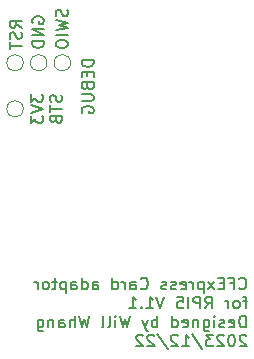
<source format=gbr>
G04 #@! TF.GenerationSoftware,KiCad,Pcbnew,(6.0.9)*
G04 #@! TF.CreationDate,2024-03-03T17:49:26-08:00*
G04 #@! TF.ProjectId,RPI5_CFE,52504935-5f43-4464-952e-6b696361645f,rev?*
G04 #@! TF.SameCoordinates,Original*
G04 #@! TF.FileFunction,Legend,Bot*
G04 #@! TF.FilePolarity,Positive*
%FSLAX46Y46*%
G04 Gerber Fmt 4.6, Leading zero omitted, Abs format (unit mm)*
G04 Created by KiCad (PCBNEW (6.0.9)) date 2024-03-03 17:49:26*
%MOMM*%
%LPD*%
G01*
G04 APERTURE LIST*
%ADD10C,0.200000*%
%ADD11C,0.120000*%
G04 APERTURE END LIST*
D10*
X45300000Y-8738095D02*
X45252380Y-8642857D01*
X45252380Y-8500000D01*
X45300000Y-8357142D01*
X45395238Y-8261904D01*
X45490476Y-8214285D01*
X45680952Y-8166666D01*
X45823809Y-8166666D01*
X46014285Y-8214285D01*
X46109523Y-8261904D01*
X46204761Y-8357142D01*
X46252380Y-8500000D01*
X46252380Y-8595238D01*
X46204761Y-8738095D01*
X46157142Y-8785714D01*
X45823809Y-8785714D01*
X45823809Y-8595238D01*
X46252380Y-9214285D02*
X45252380Y-9214285D01*
X46252380Y-9785714D01*
X45252380Y-9785714D01*
X46252380Y-10261904D02*
X45252380Y-10261904D01*
X45252380Y-10500000D01*
X45300000Y-10642857D01*
X45395238Y-10738095D01*
X45490476Y-10785714D01*
X45680952Y-10833333D01*
X45823809Y-10833333D01*
X46014285Y-10785714D01*
X46109523Y-10738095D01*
X46204761Y-10642857D01*
X46252380Y-10500000D01*
X46252380Y-10261904D01*
X62760476Y-31192142D02*
X62808095Y-31239761D01*
X62950952Y-31287380D01*
X63046190Y-31287380D01*
X63189047Y-31239761D01*
X63284285Y-31144523D01*
X63331904Y-31049285D01*
X63379523Y-30858809D01*
X63379523Y-30715952D01*
X63331904Y-30525476D01*
X63284285Y-30430238D01*
X63189047Y-30335000D01*
X63046190Y-30287380D01*
X62950952Y-30287380D01*
X62808095Y-30335000D01*
X62760476Y-30382619D01*
X61998571Y-30763571D02*
X62331904Y-30763571D01*
X62331904Y-31287380D02*
X62331904Y-30287380D01*
X61855714Y-30287380D01*
X61474761Y-30763571D02*
X61141428Y-30763571D01*
X60998571Y-31287380D02*
X61474761Y-31287380D01*
X61474761Y-30287380D01*
X60998571Y-30287380D01*
X60665238Y-31287380D02*
X60141428Y-30620714D01*
X60665238Y-30620714D02*
X60141428Y-31287380D01*
X59760476Y-30620714D02*
X59760476Y-31620714D01*
X59760476Y-30668333D02*
X59665238Y-30620714D01*
X59474761Y-30620714D01*
X59379523Y-30668333D01*
X59331904Y-30715952D01*
X59284285Y-30811190D01*
X59284285Y-31096904D01*
X59331904Y-31192142D01*
X59379523Y-31239761D01*
X59474761Y-31287380D01*
X59665238Y-31287380D01*
X59760476Y-31239761D01*
X58855714Y-31287380D02*
X58855714Y-30620714D01*
X58855714Y-30811190D02*
X58808095Y-30715952D01*
X58760476Y-30668333D01*
X58665238Y-30620714D01*
X58570000Y-30620714D01*
X57855714Y-31239761D02*
X57950952Y-31287380D01*
X58141428Y-31287380D01*
X58236666Y-31239761D01*
X58284285Y-31144523D01*
X58284285Y-30763571D01*
X58236666Y-30668333D01*
X58141428Y-30620714D01*
X57950952Y-30620714D01*
X57855714Y-30668333D01*
X57808095Y-30763571D01*
X57808095Y-30858809D01*
X58284285Y-30954047D01*
X57427142Y-31239761D02*
X57331904Y-31287380D01*
X57141428Y-31287380D01*
X57046190Y-31239761D01*
X56998571Y-31144523D01*
X56998571Y-31096904D01*
X57046190Y-31001666D01*
X57141428Y-30954047D01*
X57284285Y-30954047D01*
X57379523Y-30906428D01*
X57427142Y-30811190D01*
X57427142Y-30763571D01*
X57379523Y-30668333D01*
X57284285Y-30620714D01*
X57141428Y-30620714D01*
X57046190Y-30668333D01*
X56617619Y-31239761D02*
X56522380Y-31287380D01*
X56331904Y-31287380D01*
X56236666Y-31239761D01*
X56189047Y-31144523D01*
X56189047Y-31096904D01*
X56236666Y-31001666D01*
X56331904Y-30954047D01*
X56474761Y-30954047D01*
X56570000Y-30906428D01*
X56617619Y-30811190D01*
X56617619Y-30763571D01*
X56570000Y-30668333D01*
X56474761Y-30620714D01*
X56331904Y-30620714D01*
X56236666Y-30668333D01*
X54427142Y-31192142D02*
X54474761Y-31239761D01*
X54617619Y-31287380D01*
X54712857Y-31287380D01*
X54855714Y-31239761D01*
X54950952Y-31144523D01*
X54998571Y-31049285D01*
X55046190Y-30858809D01*
X55046190Y-30715952D01*
X54998571Y-30525476D01*
X54950952Y-30430238D01*
X54855714Y-30335000D01*
X54712857Y-30287380D01*
X54617619Y-30287380D01*
X54474761Y-30335000D01*
X54427142Y-30382619D01*
X53570000Y-31287380D02*
X53570000Y-30763571D01*
X53617619Y-30668333D01*
X53712857Y-30620714D01*
X53903333Y-30620714D01*
X53998571Y-30668333D01*
X53570000Y-31239761D02*
X53665238Y-31287380D01*
X53903333Y-31287380D01*
X53998571Y-31239761D01*
X54046190Y-31144523D01*
X54046190Y-31049285D01*
X53998571Y-30954047D01*
X53903333Y-30906428D01*
X53665238Y-30906428D01*
X53570000Y-30858809D01*
X53093809Y-31287380D02*
X53093809Y-30620714D01*
X53093809Y-30811190D02*
X53046190Y-30715952D01*
X52998571Y-30668333D01*
X52903333Y-30620714D01*
X52808095Y-30620714D01*
X52046190Y-31287380D02*
X52046190Y-30287380D01*
X52046190Y-31239761D02*
X52141428Y-31287380D01*
X52331904Y-31287380D01*
X52427142Y-31239761D01*
X52474761Y-31192142D01*
X52522380Y-31096904D01*
X52522380Y-30811190D01*
X52474761Y-30715952D01*
X52427142Y-30668333D01*
X52331904Y-30620714D01*
X52141428Y-30620714D01*
X52046190Y-30668333D01*
X50379523Y-31287380D02*
X50379523Y-30763571D01*
X50427142Y-30668333D01*
X50522380Y-30620714D01*
X50712857Y-30620714D01*
X50808095Y-30668333D01*
X50379523Y-31239761D02*
X50474761Y-31287380D01*
X50712857Y-31287380D01*
X50808095Y-31239761D01*
X50855714Y-31144523D01*
X50855714Y-31049285D01*
X50808095Y-30954047D01*
X50712857Y-30906428D01*
X50474761Y-30906428D01*
X50379523Y-30858809D01*
X49474761Y-31287380D02*
X49474761Y-30287380D01*
X49474761Y-31239761D02*
X49570000Y-31287380D01*
X49760476Y-31287380D01*
X49855714Y-31239761D01*
X49903333Y-31192142D01*
X49950952Y-31096904D01*
X49950952Y-30811190D01*
X49903333Y-30715952D01*
X49855714Y-30668333D01*
X49760476Y-30620714D01*
X49570000Y-30620714D01*
X49474761Y-30668333D01*
X48570000Y-31287380D02*
X48570000Y-30763571D01*
X48617619Y-30668333D01*
X48712857Y-30620714D01*
X48903333Y-30620714D01*
X48998571Y-30668333D01*
X48570000Y-31239761D02*
X48665238Y-31287380D01*
X48903333Y-31287380D01*
X48998571Y-31239761D01*
X49046190Y-31144523D01*
X49046190Y-31049285D01*
X48998571Y-30954047D01*
X48903333Y-30906428D01*
X48665238Y-30906428D01*
X48570000Y-30858809D01*
X48093809Y-30620714D02*
X48093809Y-31620714D01*
X48093809Y-30668333D02*
X47998571Y-30620714D01*
X47808095Y-30620714D01*
X47712857Y-30668333D01*
X47665238Y-30715952D01*
X47617619Y-30811190D01*
X47617619Y-31096904D01*
X47665238Y-31192142D01*
X47712857Y-31239761D01*
X47808095Y-31287380D01*
X47998571Y-31287380D01*
X48093809Y-31239761D01*
X47331904Y-30620714D02*
X46950952Y-30620714D01*
X47189047Y-30287380D02*
X47189047Y-31144523D01*
X47141428Y-31239761D01*
X47046190Y-31287380D01*
X46950952Y-31287380D01*
X46474761Y-31287380D02*
X46570000Y-31239761D01*
X46617619Y-31192142D01*
X46665238Y-31096904D01*
X46665238Y-30811190D01*
X46617619Y-30715952D01*
X46570000Y-30668333D01*
X46474761Y-30620714D01*
X46331904Y-30620714D01*
X46236666Y-30668333D01*
X46189047Y-30715952D01*
X46141428Y-30811190D01*
X46141428Y-31096904D01*
X46189047Y-31192142D01*
X46236666Y-31239761D01*
X46331904Y-31287380D01*
X46474761Y-31287380D01*
X45712857Y-31287380D02*
X45712857Y-30620714D01*
X45712857Y-30811190D02*
X45665238Y-30715952D01*
X45617619Y-30668333D01*
X45522380Y-30620714D01*
X45427142Y-30620714D01*
X63474761Y-32230714D02*
X63093809Y-32230714D01*
X63331904Y-32897380D02*
X63331904Y-32040238D01*
X63284285Y-31945000D01*
X63189047Y-31897380D01*
X63093809Y-31897380D01*
X62617619Y-32897380D02*
X62712857Y-32849761D01*
X62760476Y-32802142D01*
X62808095Y-32706904D01*
X62808095Y-32421190D01*
X62760476Y-32325952D01*
X62712857Y-32278333D01*
X62617619Y-32230714D01*
X62474761Y-32230714D01*
X62379523Y-32278333D01*
X62331904Y-32325952D01*
X62284285Y-32421190D01*
X62284285Y-32706904D01*
X62331904Y-32802142D01*
X62379523Y-32849761D01*
X62474761Y-32897380D01*
X62617619Y-32897380D01*
X61855714Y-32897380D02*
X61855714Y-32230714D01*
X61855714Y-32421190D02*
X61808095Y-32325952D01*
X61760476Y-32278333D01*
X61665238Y-32230714D01*
X61570000Y-32230714D01*
X59903333Y-32897380D02*
X60236666Y-32421190D01*
X60474761Y-32897380D02*
X60474761Y-31897380D01*
X60093809Y-31897380D01*
X59998571Y-31945000D01*
X59950952Y-31992619D01*
X59903333Y-32087857D01*
X59903333Y-32230714D01*
X59950952Y-32325952D01*
X59998571Y-32373571D01*
X60093809Y-32421190D01*
X60474761Y-32421190D01*
X59474761Y-32897380D02*
X59474761Y-31897380D01*
X59093809Y-31897380D01*
X58998571Y-31945000D01*
X58950952Y-31992619D01*
X58903333Y-32087857D01*
X58903333Y-32230714D01*
X58950952Y-32325952D01*
X58998571Y-32373571D01*
X59093809Y-32421190D01*
X59474761Y-32421190D01*
X58474761Y-32897380D02*
X58474761Y-31897380D01*
X57522380Y-31897380D02*
X57998571Y-31897380D01*
X58046190Y-32373571D01*
X57998571Y-32325952D01*
X57903333Y-32278333D01*
X57665238Y-32278333D01*
X57570000Y-32325952D01*
X57522380Y-32373571D01*
X57474761Y-32468809D01*
X57474761Y-32706904D01*
X57522380Y-32802142D01*
X57570000Y-32849761D01*
X57665238Y-32897380D01*
X57903333Y-32897380D01*
X57998571Y-32849761D01*
X58046190Y-32802142D01*
X56427142Y-31897380D02*
X56093809Y-32897380D01*
X55760476Y-31897380D01*
X54903333Y-32897380D02*
X55474761Y-32897380D01*
X55189047Y-32897380D02*
X55189047Y-31897380D01*
X55284285Y-32040238D01*
X55379523Y-32135476D01*
X55474761Y-32183095D01*
X54474761Y-32802142D02*
X54427142Y-32849761D01*
X54474761Y-32897380D01*
X54522380Y-32849761D01*
X54474761Y-32802142D01*
X54474761Y-32897380D01*
X53474761Y-32897380D02*
X54046190Y-32897380D01*
X53760476Y-32897380D02*
X53760476Y-31897380D01*
X53855714Y-32040238D01*
X53950952Y-32135476D01*
X54046190Y-32183095D01*
X63331904Y-34507380D02*
X63331904Y-33507380D01*
X63093809Y-33507380D01*
X62950952Y-33555000D01*
X62855714Y-33650238D01*
X62808095Y-33745476D01*
X62760476Y-33935952D01*
X62760476Y-34078809D01*
X62808095Y-34269285D01*
X62855714Y-34364523D01*
X62950952Y-34459761D01*
X63093809Y-34507380D01*
X63331904Y-34507380D01*
X61950952Y-34459761D02*
X62046190Y-34507380D01*
X62236666Y-34507380D01*
X62331904Y-34459761D01*
X62379523Y-34364523D01*
X62379523Y-33983571D01*
X62331904Y-33888333D01*
X62236666Y-33840714D01*
X62046190Y-33840714D01*
X61950952Y-33888333D01*
X61903333Y-33983571D01*
X61903333Y-34078809D01*
X62379523Y-34174047D01*
X61522380Y-34459761D02*
X61427142Y-34507380D01*
X61236666Y-34507380D01*
X61141428Y-34459761D01*
X61093809Y-34364523D01*
X61093809Y-34316904D01*
X61141428Y-34221666D01*
X61236666Y-34174047D01*
X61379523Y-34174047D01*
X61474761Y-34126428D01*
X61522380Y-34031190D01*
X61522380Y-33983571D01*
X61474761Y-33888333D01*
X61379523Y-33840714D01*
X61236666Y-33840714D01*
X61141428Y-33888333D01*
X60665238Y-34507380D02*
X60665238Y-33840714D01*
X60665238Y-33507380D02*
X60712857Y-33555000D01*
X60665238Y-33602619D01*
X60617619Y-33555000D01*
X60665238Y-33507380D01*
X60665238Y-33602619D01*
X59760476Y-33840714D02*
X59760476Y-34650238D01*
X59808095Y-34745476D01*
X59855714Y-34793095D01*
X59950952Y-34840714D01*
X60093809Y-34840714D01*
X60189047Y-34793095D01*
X59760476Y-34459761D02*
X59855714Y-34507380D01*
X60046190Y-34507380D01*
X60141428Y-34459761D01*
X60189047Y-34412142D01*
X60236666Y-34316904D01*
X60236666Y-34031190D01*
X60189047Y-33935952D01*
X60141428Y-33888333D01*
X60046190Y-33840714D01*
X59855714Y-33840714D01*
X59760476Y-33888333D01*
X59284285Y-33840714D02*
X59284285Y-34507380D01*
X59284285Y-33935952D02*
X59236666Y-33888333D01*
X59141428Y-33840714D01*
X58998571Y-33840714D01*
X58903333Y-33888333D01*
X58855714Y-33983571D01*
X58855714Y-34507380D01*
X57998571Y-34459761D02*
X58093809Y-34507380D01*
X58284285Y-34507380D01*
X58379523Y-34459761D01*
X58427142Y-34364523D01*
X58427142Y-33983571D01*
X58379523Y-33888333D01*
X58284285Y-33840714D01*
X58093809Y-33840714D01*
X57998571Y-33888333D01*
X57950952Y-33983571D01*
X57950952Y-34078809D01*
X58427142Y-34174047D01*
X57093809Y-34507380D02*
X57093809Y-33507380D01*
X57093809Y-34459761D02*
X57189047Y-34507380D01*
X57379523Y-34507380D01*
X57474761Y-34459761D01*
X57522380Y-34412142D01*
X57570000Y-34316904D01*
X57570000Y-34031190D01*
X57522380Y-33935952D01*
X57474761Y-33888333D01*
X57379523Y-33840714D01*
X57189047Y-33840714D01*
X57093809Y-33888333D01*
X55855714Y-34507380D02*
X55855714Y-33507380D01*
X55855714Y-33888333D02*
X55760476Y-33840714D01*
X55570000Y-33840714D01*
X55474761Y-33888333D01*
X55427142Y-33935952D01*
X55379523Y-34031190D01*
X55379523Y-34316904D01*
X55427142Y-34412142D01*
X55474761Y-34459761D01*
X55570000Y-34507380D01*
X55760476Y-34507380D01*
X55855714Y-34459761D01*
X55046190Y-33840714D02*
X54808095Y-34507380D01*
X54570000Y-33840714D02*
X54808095Y-34507380D01*
X54903333Y-34745476D01*
X54950952Y-34793095D01*
X55046190Y-34840714D01*
X53522380Y-33507380D02*
X53284285Y-34507380D01*
X53093809Y-33793095D01*
X52903333Y-34507380D01*
X52665238Y-33507380D01*
X52284285Y-34507380D02*
X52284285Y-33840714D01*
X52284285Y-33507380D02*
X52331904Y-33555000D01*
X52284285Y-33602619D01*
X52236666Y-33555000D01*
X52284285Y-33507380D01*
X52284285Y-33602619D01*
X51665238Y-34507380D02*
X51760476Y-34459761D01*
X51808095Y-34364523D01*
X51808095Y-33507380D01*
X51141428Y-34507380D02*
X51236666Y-34459761D01*
X51284285Y-34364523D01*
X51284285Y-33507380D01*
X50093809Y-33507380D02*
X49855714Y-34507380D01*
X49665238Y-33793095D01*
X49474761Y-34507380D01*
X49236666Y-33507380D01*
X48855714Y-34507380D02*
X48855714Y-33507380D01*
X48427142Y-34507380D02*
X48427142Y-33983571D01*
X48474761Y-33888333D01*
X48570000Y-33840714D01*
X48712857Y-33840714D01*
X48808095Y-33888333D01*
X48855714Y-33935952D01*
X47522380Y-34507380D02*
X47522380Y-33983571D01*
X47570000Y-33888333D01*
X47665238Y-33840714D01*
X47855714Y-33840714D01*
X47950952Y-33888333D01*
X47522380Y-34459761D02*
X47617619Y-34507380D01*
X47855714Y-34507380D01*
X47950952Y-34459761D01*
X47998571Y-34364523D01*
X47998571Y-34269285D01*
X47950952Y-34174047D01*
X47855714Y-34126428D01*
X47617619Y-34126428D01*
X47522380Y-34078809D01*
X47046190Y-33840714D02*
X47046190Y-34507380D01*
X47046190Y-33935952D02*
X46998571Y-33888333D01*
X46903333Y-33840714D01*
X46760476Y-33840714D01*
X46665238Y-33888333D01*
X46617619Y-33983571D01*
X46617619Y-34507380D01*
X45712857Y-33840714D02*
X45712857Y-34650238D01*
X45760476Y-34745476D01*
X45808095Y-34793095D01*
X45903333Y-34840714D01*
X46046190Y-34840714D01*
X46141428Y-34793095D01*
X45712857Y-34459761D02*
X45808095Y-34507380D01*
X45998571Y-34507380D01*
X46093809Y-34459761D01*
X46141428Y-34412142D01*
X46189047Y-34316904D01*
X46189047Y-34031190D01*
X46141428Y-33935952D01*
X46093809Y-33888333D01*
X45998571Y-33840714D01*
X45808095Y-33840714D01*
X45712857Y-33888333D01*
X63379523Y-35212619D02*
X63331904Y-35165000D01*
X63236666Y-35117380D01*
X62998571Y-35117380D01*
X62903333Y-35165000D01*
X62855714Y-35212619D01*
X62808095Y-35307857D01*
X62808095Y-35403095D01*
X62855714Y-35545952D01*
X63427142Y-36117380D01*
X62808095Y-36117380D01*
X62189047Y-35117380D02*
X62093809Y-35117380D01*
X61998571Y-35165000D01*
X61950952Y-35212619D01*
X61903333Y-35307857D01*
X61855714Y-35498333D01*
X61855714Y-35736428D01*
X61903333Y-35926904D01*
X61950952Y-36022142D01*
X61998571Y-36069761D01*
X62093809Y-36117380D01*
X62189047Y-36117380D01*
X62284285Y-36069761D01*
X62331904Y-36022142D01*
X62379523Y-35926904D01*
X62427142Y-35736428D01*
X62427142Y-35498333D01*
X62379523Y-35307857D01*
X62331904Y-35212619D01*
X62284285Y-35165000D01*
X62189047Y-35117380D01*
X61474761Y-35212619D02*
X61427142Y-35165000D01*
X61331904Y-35117380D01*
X61093809Y-35117380D01*
X60998571Y-35165000D01*
X60950952Y-35212619D01*
X60903333Y-35307857D01*
X60903333Y-35403095D01*
X60950952Y-35545952D01*
X61522380Y-36117380D01*
X60903333Y-36117380D01*
X60570000Y-35117380D02*
X59950952Y-35117380D01*
X60284285Y-35498333D01*
X60141428Y-35498333D01*
X60046190Y-35545952D01*
X59998571Y-35593571D01*
X59950952Y-35688809D01*
X59950952Y-35926904D01*
X59998571Y-36022142D01*
X60046190Y-36069761D01*
X60141428Y-36117380D01*
X60427142Y-36117380D01*
X60522380Y-36069761D01*
X60570000Y-36022142D01*
X58808095Y-35069761D02*
X59665238Y-36355476D01*
X57950952Y-36117380D02*
X58522380Y-36117380D01*
X58236666Y-36117380D02*
X58236666Y-35117380D01*
X58331904Y-35260238D01*
X58427142Y-35355476D01*
X58522380Y-35403095D01*
X57570000Y-35212619D02*
X57522380Y-35165000D01*
X57427142Y-35117380D01*
X57189047Y-35117380D01*
X57093809Y-35165000D01*
X57046190Y-35212619D01*
X56998571Y-35307857D01*
X56998571Y-35403095D01*
X57046190Y-35545952D01*
X57617619Y-36117380D01*
X56998571Y-36117380D01*
X55855714Y-35069761D02*
X56712857Y-36355476D01*
X55570000Y-35212619D02*
X55522380Y-35165000D01*
X55427142Y-35117380D01*
X55189047Y-35117380D01*
X55093809Y-35165000D01*
X55046190Y-35212619D01*
X54998571Y-35307857D01*
X54998571Y-35403095D01*
X55046190Y-35545952D01*
X55617619Y-36117380D01*
X54998571Y-36117380D01*
X54617619Y-35212619D02*
X54570000Y-35165000D01*
X54474761Y-35117380D01*
X54236666Y-35117380D01*
X54141428Y-35165000D01*
X54093809Y-35212619D01*
X54046190Y-35307857D01*
X54046190Y-35403095D01*
X54093809Y-35545952D01*
X54665238Y-36117380D01*
X54046190Y-36117380D01*
X48204761Y-7595237D02*
X48252380Y-7738094D01*
X48252380Y-7976189D01*
X48204761Y-8071427D01*
X48157142Y-8119046D01*
X48061904Y-8166665D01*
X47966666Y-8166665D01*
X47871428Y-8119046D01*
X47823809Y-8071427D01*
X47776190Y-7976189D01*
X47728571Y-7785713D01*
X47680952Y-7690475D01*
X47633333Y-7642856D01*
X47538095Y-7595237D01*
X47442857Y-7595237D01*
X47347619Y-7642856D01*
X47300000Y-7690475D01*
X47252380Y-7785713D01*
X47252380Y-8023808D01*
X47300000Y-8166665D01*
X47252380Y-8499999D02*
X48252380Y-8738094D01*
X47538095Y-8928570D01*
X48252380Y-9119046D01*
X47252380Y-9357142D01*
X48252380Y-9738094D02*
X47252380Y-9738094D01*
X47252380Y-10404761D02*
X47252380Y-10595237D01*
X47300000Y-10690475D01*
X47395238Y-10785713D01*
X47585714Y-10833332D01*
X47919047Y-10833332D01*
X48109523Y-10785713D01*
X48204761Y-10690475D01*
X48252380Y-10595237D01*
X48252380Y-10404761D01*
X48204761Y-10309523D01*
X48109523Y-10214285D01*
X47919047Y-10166665D01*
X47585714Y-10166665D01*
X47395238Y-10214285D01*
X47300000Y-10309523D01*
X47252380Y-10404761D01*
X50452380Y-11861904D02*
X49452380Y-11861904D01*
X49452380Y-12100000D01*
X49500000Y-12242857D01*
X49595238Y-12338095D01*
X49690476Y-12385714D01*
X49880952Y-12433333D01*
X50023809Y-12433333D01*
X50214285Y-12385714D01*
X50309523Y-12338095D01*
X50404761Y-12242857D01*
X50452380Y-12100000D01*
X50452380Y-11861904D01*
X49928571Y-12861904D02*
X49928571Y-13195238D01*
X50452380Y-13338095D02*
X50452380Y-12861904D01*
X49452380Y-12861904D01*
X49452380Y-13338095D01*
X49928571Y-14100000D02*
X49976190Y-14242857D01*
X50023809Y-14290476D01*
X50119047Y-14338095D01*
X50261904Y-14338095D01*
X50357142Y-14290476D01*
X50404761Y-14242857D01*
X50452380Y-14147619D01*
X50452380Y-13766666D01*
X49452380Y-13766666D01*
X49452380Y-14100000D01*
X49500000Y-14195238D01*
X49547619Y-14242857D01*
X49642857Y-14290476D01*
X49738095Y-14290476D01*
X49833333Y-14242857D01*
X49880952Y-14195238D01*
X49928571Y-14100000D01*
X49928571Y-13766666D01*
X49452380Y-14766666D02*
X50261904Y-14766666D01*
X50357142Y-14814285D01*
X50404761Y-14861904D01*
X50452380Y-14957142D01*
X50452380Y-15147619D01*
X50404761Y-15242857D01*
X50357142Y-15290476D01*
X50261904Y-15338095D01*
X49452380Y-15338095D01*
X49500000Y-16338095D02*
X49452380Y-16242857D01*
X49452380Y-16100000D01*
X49500000Y-15957142D01*
X49595238Y-15861904D01*
X49690476Y-15814285D01*
X49880952Y-15766666D01*
X50023809Y-15766666D01*
X50214285Y-15814285D01*
X50309523Y-15861904D01*
X50404761Y-15957142D01*
X50452380Y-16100000D01*
X50452380Y-16195238D01*
X50404761Y-16338095D01*
X50357142Y-16385714D01*
X50023809Y-16385714D01*
X50023809Y-16195238D01*
X44352380Y-9119046D02*
X43876190Y-8785713D01*
X44352380Y-8547618D02*
X43352380Y-8547618D01*
X43352380Y-8928570D01*
X43400000Y-9023808D01*
X43447619Y-9071427D01*
X43542857Y-9119046D01*
X43685714Y-9119046D01*
X43780952Y-9071427D01*
X43828571Y-9023808D01*
X43876190Y-8928570D01*
X43876190Y-8547618D01*
X44304761Y-9499999D02*
X44352380Y-9642856D01*
X44352380Y-9880951D01*
X44304761Y-9976189D01*
X44257142Y-10023808D01*
X44161904Y-10071427D01*
X44066666Y-10071427D01*
X43971428Y-10023808D01*
X43923809Y-9976189D01*
X43876190Y-9880951D01*
X43828571Y-9690475D01*
X43780952Y-9595237D01*
X43733333Y-9547618D01*
X43638095Y-9499999D01*
X43542857Y-9499999D01*
X43447619Y-9547618D01*
X43400000Y-9595237D01*
X43352380Y-9690475D01*
X43352380Y-9928570D01*
X43400000Y-10071427D01*
X43352380Y-10357142D02*
X43352380Y-10928570D01*
X44352380Y-10642856D02*
X43352380Y-10642856D01*
X45147380Y-14761904D02*
X45147380Y-15380952D01*
X45528333Y-15047619D01*
X45528333Y-15190476D01*
X45575952Y-15285714D01*
X45623571Y-15333333D01*
X45718809Y-15380952D01*
X45956904Y-15380952D01*
X46052142Y-15333333D01*
X46099761Y-15285714D01*
X46147380Y-15190476D01*
X46147380Y-14904761D01*
X46099761Y-14809523D01*
X46052142Y-14761904D01*
X45147380Y-15666666D02*
X46147380Y-16000000D01*
X45147380Y-16333333D01*
X45147380Y-16571428D02*
X45147380Y-17190476D01*
X45528333Y-16857142D01*
X45528333Y-17000000D01*
X45575952Y-17095238D01*
X45623571Y-17142857D01*
X45718809Y-17190476D01*
X45956904Y-17190476D01*
X46052142Y-17142857D01*
X46099761Y-17095238D01*
X46147380Y-17000000D01*
X46147380Y-16714285D01*
X46099761Y-16619047D01*
X46052142Y-16571428D01*
X47709761Y-14833333D02*
X47757380Y-14976190D01*
X47757380Y-15214285D01*
X47709761Y-15309523D01*
X47662142Y-15357142D01*
X47566904Y-15404761D01*
X47471666Y-15404761D01*
X47376428Y-15357142D01*
X47328809Y-15309523D01*
X47281190Y-15214285D01*
X47233571Y-15023809D01*
X47185952Y-14928571D01*
X47138333Y-14880952D01*
X47043095Y-14833333D01*
X46947857Y-14833333D01*
X46852619Y-14880952D01*
X46805000Y-14928571D01*
X46757380Y-15023809D01*
X46757380Y-15261904D01*
X46805000Y-15404761D01*
X46757380Y-15690476D02*
X46757380Y-16261904D01*
X47757380Y-15976190D02*
X46757380Y-15976190D01*
X47233571Y-16928571D02*
X47281190Y-17071428D01*
X47328809Y-17119047D01*
X47424047Y-17166666D01*
X47566904Y-17166666D01*
X47662142Y-17119047D01*
X47709761Y-17071428D01*
X47757380Y-16976190D01*
X47757380Y-16595238D01*
X46757380Y-16595238D01*
X46757380Y-16928571D01*
X46805000Y-17023809D01*
X46852619Y-17071428D01*
X46947857Y-17119047D01*
X47043095Y-17119047D01*
X47138333Y-17071428D01*
X47185952Y-17023809D01*
X47233571Y-16928571D01*
X47233571Y-16595238D01*
D11*
G04 #@! TO.C,TP2*
X44500000Y-16000000D02*
G75*
G03*
X44500000Y-16000000I-700000J0D01*
G01*
G04 #@! TO.C,TP3*
X48500000Y-12100000D02*
G75*
G03*
X48500000Y-12100000I-700000J0D01*
G01*
G04 #@! TO.C,TP4*
X44500000Y-12100000D02*
G75*
G03*
X44500000Y-12100000I-700000J0D01*
G01*
G04 #@! TO.C,TP5*
X46500000Y-12100000D02*
G75*
G03*
X46500000Y-12100000I-700000J0D01*
G01*
G04 #@! TD*
M02*

</source>
